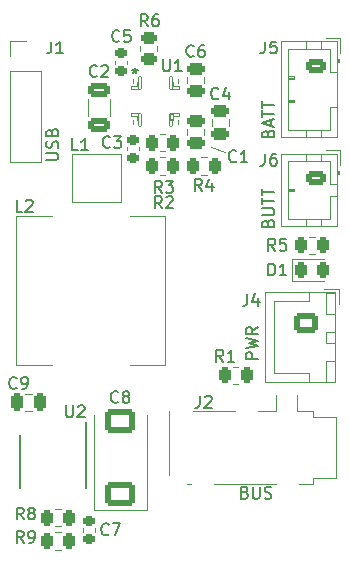
<source format=gto>
%TF.GenerationSoftware,KiCad,Pcbnew,(6.0.9)*%
%TF.CreationDate,2022-12-02T21:40:22+00:00*%
%TF.ProjectId,PowerManagement,506f7765-724d-4616-9e61-67656d656e74,rev?*%
%TF.SameCoordinates,Original*%
%TF.FileFunction,Legend,Top*%
%TF.FilePolarity,Positive*%
%FSLAX46Y46*%
G04 Gerber Fmt 4.6, Leading zero omitted, Abs format (unit mm)*
G04 Created by KiCad (PCBNEW (6.0.9)) date 2022-12-02 21:40:22*
%MOMM*%
%LPD*%
G01*
G04 APERTURE LIST*
G04 Aperture macros list*
%AMRoundRect*
0 Rectangle with rounded corners*
0 $1 Rounding radius*
0 $2 $3 $4 $5 $6 $7 $8 $9 X,Y pos of 4 corners*
0 Add a 4 corners polygon primitive as box body*
4,1,4,$2,$3,$4,$5,$6,$7,$8,$9,$2,$3,0*
0 Add four circle primitives for the rounded corners*
1,1,$1+$1,$2,$3*
1,1,$1+$1,$4,$5*
1,1,$1+$1,$6,$7*
1,1,$1+$1,$8,$9*
0 Add four rect primitives between the rounded corners*
20,1,$1+$1,$2,$3,$4,$5,0*
20,1,$1+$1,$4,$5,$6,$7,0*
20,1,$1+$1,$6,$7,$8,$9,0*
20,1,$1+$1,$8,$9,$2,$3,0*%
G04 Aperture macros list end*
%ADD10C,0.120000*%
%ADD11C,0.150000*%
%ADD12C,3.200000*%
%ADD13RoundRect,0.250000X-0.475000X0.250000X-0.475000X-0.250000X0.475000X-0.250000X0.475000X0.250000X0*%
%ADD14C,1.500000*%
%ADD15R,1.500000X2.000000*%
%ADD16RoundRect,0.250000X0.475000X-0.250000X0.475000X0.250000X-0.475000X0.250000X-0.475000X-0.250000X0*%
%ADD17R,1.700000X1.700000*%
%ADD18O,1.700000X1.700000*%
%ADD19RoundRect,0.225000X-0.250000X0.225000X-0.250000X-0.225000X0.250000X-0.225000X0.250000X0.225000X0*%
%ADD20RoundRect,0.250000X-0.262500X-0.450000X0.262500X-0.450000X0.262500X0.450000X-0.262500X0.450000X0*%
%ADD21RoundRect,0.250000X1.025000X-0.787500X1.025000X0.787500X-1.025000X0.787500X-1.025000X-0.787500X0*%
%ADD22RoundRect,0.225000X0.250000X-0.225000X0.250000X0.225000X-0.250000X0.225000X-0.250000X-0.225000X0*%
%ADD23RoundRect,0.250000X-0.650000X0.325000X-0.650000X-0.325000X0.650000X-0.325000X0.650000X0.325000X0*%
%ADD24RoundRect,0.250000X0.450000X-0.262500X0.450000X0.262500X-0.450000X0.262500X-0.450000X-0.262500X0*%
%ADD25RoundRect,0.250000X0.262500X0.450000X-0.262500X0.450000X-0.262500X-0.450000X0.262500X-0.450000X0*%
%ADD26RoundRect,0.250000X-0.625000X0.350000X-0.625000X-0.350000X0.625000X-0.350000X0.625000X0.350000X0*%
%ADD27O,1.750000X1.200000*%
%ADD28RoundRect,0.060000X0.140000X0.257500X-0.140000X0.257500X-0.140000X-0.257500X0.140000X-0.257500X0*%
%ADD29RoundRect,0.046500X-0.403500X-0.108500X0.403500X-0.108500X0.403500X0.108500X-0.403500X0.108500X0*%
%ADD30R,1.200000X0.200000*%
%ADD31RoundRect,0.060000X0.140000X0.255000X-0.140000X0.255000X-0.140000X-0.255000X0.140000X-0.255000X0*%
%ADD32RoundRect,0.045000X-0.405000X-0.104999X0.405000X-0.104999X0.405000X0.104999X-0.405000X0.104999X0*%
%ADD33RoundRect,0.045000X0.105000X-0.519999X0.105000X0.519999X-0.105000X0.519999X-0.105000X-0.519999X0*%
%ADD34R,0.200000X0.800000*%
%ADD35RoundRect,0.045000X0.105000X-0.520000X0.105000X0.520000X-0.105000X0.520000X-0.105000X-0.520000X0*%
%ADD36RoundRect,0.045000X0.105000X-0.514999X0.105000X0.514999X-0.105000X0.514999X-0.105000X-0.514999X0*%
%ADD37RoundRect,0.250000X0.250000X0.475000X-0.250000X0.475000X-0.250000X-0.475000X0.250000X-0.475000X0*%
%ADD38R,0.450000X1.050000*%
%ADD39R,0.895000X1.470000*%
%ADD40RoundRect,0.250000X-0.750000X0.600000X-0.750000X-0.600000X0.750000X-0.600000X0.750000X0.600000X0*%
%ADD41O,2.000000X1.700000*%
%ADD42R,3.800000X1.050000*%
%ADD43R,5.500000X3.850000*%
%ADD44RoundRect,0.243750X-0.243750X-0.456250X0.243750X-0.456250X0.243750X0.456250X-0.243750X0.456250X0*%
G04 APERTURE END LIST*
D10*
X38200000Y-40400000D02*
X39400000Y-40800000D01*
D11*
%TO.C,C6*%
X36733333Y-32657142D02*
X36685714Y-32704761D01*
X36542857Y-32752380D01*
X36447619Y-32752380D01*
X36304761Y-32704761D01*
X36209523Y-32609523D01*
X36161904Y-32514285D01*
X36114285Y-32323809D01*
X36114285Y-32180952D01*
X36161904Y-31990476D01*
X36209523Y-31895238D01*
X36304761Y-31800000D01*
X36447619Y-31752380D01*
X36542857Y-31752380D01*
X36685714Y-31800000D01*
X36733333Y-31847619D01*
X37590476Y-31752380D02*
X37400000Y-31752380D01*
X37304761Y-31800000D01*
X37257142Y-31847619D01*
X37161904Y-31990476D01*
X37114285Y-32180952D01*
X37114285Y-32561904D01*
X37161904Y-32657142D01*
X37209523Y-32704761D01*
X37304761Y-32752380D01*
X37495238Y-32752380D01*
X37590476Y-32704761D01*
X37638095Y-32657142D01*
X37685714Y-32561904D01*
X37685714Y-32323809D01*
X37638095Y-32228571D01*
X37590476Y-32180952D01*
X37495238Y-32133333D01*
X37304761Y-32133333D01*
X37209523Y-32180952D01*
X37161904Y-32228571D01*
X37114285Y-32323809D01*
%TO.C,J2*%
X37266666Y-61452380D02*
X37266666Y-62166666D01*
X37219047Y-62309523D01*
X37123809Y-62404761D01*
X36980952Y-62452380D01*
X36885714Y-62452380D01*
X37695238Y-61547619D02*
X37742857Y-61500000D01*
X37838095Y-61452380D01*
X38076190Y-61452380D01*
X38171428Y-61500000D01*
X38219047Y-61547619D01*
X38266666Y-61642857D01*
X38266666Y-61738095D01*
X38219047Y-61880952D01*
X37647619Y-62452380D01*
X38266666Y-62452380D01*
X41071428Y-69628571D02*
X41214285Y-69676190D01*
X41261904Y-69723809D01*
X41309523Y-69819047D01*
X41309523Y-69961904D01*
X41261904Y-70057142D01*
X41214285Y-70104761D01*
X41119047Y-70152380D01*
X40738095Y-70152380D01*
X40738095Y-69152380D01*
X41071428Y-69152380D01*
X41166666Y-69200000D01*
X41214285Y-69247619D01*
X41261904Y-69342857D01*
X41261904Y-69438095D01*
X41214285Y-69533333D01*
X41166666Y-69580952D01*
X41071428Y-69628571D01*
X40738095Y-69628571D01*
X41738095Y-69152380D02*
X41738095Y-69961904D01*
X41785714Y-70057142D01*
X41833333Y-70104761D01*
X41928571Y-70152380D01*
X42119047Y-70152380D01*
X42214285Y-70104761D01*
X42261904Y-70057142D01*
X42309523Y-69961904D01*
X42309523Y-69152380D01*
X42738095Y-70104761D02*
X42880952Y-70152380D01*
X43119047Y-70152380D01*
X43214285Y-70104761D01*
X43261904Y-70057142D01*
X43309523Y-69961904D01*
X43309523Y-69866666D01*
X43261904Y-69771428D01*
X43214285Y-69723809D01*
X43119047Y-69676190D01*
X42928571Y-69628571D01*
X42833333Y-69580952D01*
X42785714Y-69533333D01*
X42738095Y-69438095D01*
X42738095Y-69342857D01*
X42785714Y-69247619D01*
X42833333Y-69200000D01*
X42928571Y-69152380D01*
X43166666Y-69152380D01*
X43309523Y-69200000D01*
%TO.C,C1*%
X40333333Y-41557142D02*
X40285714Y-41604761D01*
X40142857Y-41652380D01*
X40047619Y-41652380D01*
X39904761Y-41604761D01*
X39809523Y-41509523D01*
X39761904Y-41414285D01*
X39714285Y-41223809D01*
X39714285Y-41080952D01*
X39761904Y-40890476D01*
X39809523Y-40795238D01*
X39904761Y-40700000D01*
X40047619Y-40652380D01*
X40142857Y-40652380D01*
X40285714Y-40700000D01*
X40333333Y-40747619D01*
X41285714Y-41652380D02*
X40714285Y-41652380D01*
X41000000Y-41652380D02*
X41000000Y-40652380D01*
X40904761Y-40795238D01*
X40809523Y-40890476D01*
X40714285Y-40938095D01*
%TO.C,J1*%
X24666666Y-31452380D02*
X24666666Y-32166666D01*
X24619047Y-32309523D01*
X24523809Y-32404761D01*
X24380952Y-32452380D01*
X24285714Y-32452380D01*
X25666666Y-32452380D02*
X25095238Y-32452380D01*
X25380952Y-32452380D02*
X25380952Y-31452380D01*
X25285714Y-31595238D01*
X25190476Y-31690476D01*
X25095238Y-31738095D01*
X24252380Y-41461904D02*
X25061904Y-41461904D01*
X25157142Y-41414285D01*
X25204761Y-41366666D01*
X25252380Y-41271428D01*
X25252380Y-41080952D01*
X25204761Y-40985714D01*
X25157142Y-40938095D01*
X25061904Y-40890476D01*
X24252380Y-40890476D01*
X25204761Y-40461904D02*
X25252380Y-40319047D01*
X25252380Y-40080952D01*
X25204761Y-39985714D01*
X25157142Y-39938095D01*
X25061904Y-39890476D01*
X24966666Y-39890476D01*
X24871428Y-39938095D01*
X24823809Y-39985714D01*
X24776190Y-40080952D01*
X24728571Y-40271428D01*
X24680952Y-40366666D01*
X24633333Y-40414285D01*
X24538095Y-40461904D01*
X24442857Y-40461904D01*
X24347619Y-40414285D01*
X24300000Y-40366666D01*
X24252380Y-40271428D01*
X24252380Y-40033333D01*
X24300000Y-39890476D01*
X24728571Y-39128571D02*
X24776190Y-38985714D01*
X24823809Y-38938095D01*
X24919047Y-38890476D01*
X25061904Y-38890476D01*
X25157142Y-38938095D01*
X25204761Y-38985714D01*
X25252380Y-39080952D01*
X25252380Y-39461904D01*
X24252380Y-39461904D01*
X24252380Y-39128571D01*
X24300000Y-39033333D01*
X24347619Y-38985714D01*
X24442857Y-38938095D01*
X24538095Y-38938095D01*
X24633333Y-38985714D01*
X24680952Y-39033333D01*
X24728571Y-39128571D01*
X24728571Y-39461904D01*
%TO.C,C3*%
X29633333Y-40357142D02*
X29585714Y-40404761D01*
X29442857Y-40452380D01*
X29347619Y-40452380D01*
X29204761Y-40404761D01*
X29109523Y-40309523D01*
X29061904Y-40214285D01*
X29014285Y-40023809D01*
X29014285Y-39880952D01*
X29061904Y-39690476D01*
X29109523Y-39595238D01*
X29204761Y-39500000D01*
X29347619Y-39452380D01*
X29442857Y-39452380D01*
X29585714Y-39500000D01*
X29633333Y-39547619D01*
X29966666Y-39452380D02*
X30585714Y-39452380D01*
X30252380Y-39833333D01*
X30395238Y-39833333D01*
X30490476Y-39880952D01*
X30538095Y-39928571D01*
X30585714Y-40023809D01*
X30585714Y-40261904D01*
X30538095Y-40357142D01*
X30490476Y-40404761D01*
X30395238Y-40452380D01*
X30109523Y-40452380D01*
X30014285Y-40404761D01*
X29966666Y-40357142D01*
%TO.C,R9*%
X22333333Y-73902380D02*
X22000000Y-73426190D01*
X21761904Y-73902380D02*
X21761904Y-72902380D01*
X22142857Y-72902380D01*
X22238095Y-72950000D01*
X22285714Y-72997619D01*
X22333333Y-73092857D01*
X22333333Y-73235714D01*
X22285714Y-73330952D01*
X22238095Y-73378571D01*
X22142857Y-73426190D01*
X21761904Y-73426190D01*
X22809523Y-73902380D02*
X23000000Y-73902380D01*
X23095238Y-73854761D01*
X23142857Y-73807142D01*
X23238095Y-73664285D01*
X23285714Y-73473809D01*
X23285714Y-73092857D01*
X23238095Y-72997619D01*
X23190476Y-72950000D01*
X23095238Y-72902380D01*
X22904761Y-72902380D01*
X22809523Y-72950000D01*
X22761904Y-72997619D01*
X22714285Y-73092857D01*
X22714285Y-73330952D01*
X22761904Y-73426190D01*
X22809523Y-73473809D01*
X22904761Y-73521428D01*
X23095238Y-73521428D01*
X23190476Y-73473809D01*
X23238095Y-73426190D01*
X23285714Y-73330952D01*
%TO.C,C8*%
X30333333Y-61957142D02*
X30285714Y-62004761D01*
X30142857Y-62052380D01*
X30047619Y-62052380D01*
X29904761Y-62004761D01*
X29809523Y-61909523D01*
X29761904Y-61814285D01*
X29714285Y-61623809D01*
X29714285Y-61480952D01*
X29761904Y-61290476D01*
X29809523Y-61195238D01*
X29904761Y-61100000D01*
X30047619Y-61052380D01*
X30142857Y-61052380D01*
X30285714Y-61100000D01*
X30333333Y-61147619D01*
X30904761Y-61480952D02*
X30809523Y-61433333D01*
X30761904Y-61385714D01*
X30714285Y-61290476D01*
X30714285Y-61242857D01*
X30761904Y-61147619D01*
X30809523Y-61100000D01*
X30904761Y-61052380D01*
X31095238Y-61052380D01*
X31190476Y-61100000D01*
X31238095Y-61147619D01*
X31285714Y-61242857D01*
X31285714Y-61290476D01*
X31238095Y-61385714D01*
X31190476Y-61433333D01*
X31095238Y-61480952D01*
X30904761Y-61480952D01*
X30809523Y-61528571D01*
X30761904Y-61576190D01*
X30714285Y-61671428D01*
X30714285Y-61861904D01*
X30761904Y-61957142D01*
X30809523Y-62004761D01*
X30904761Y-62052380D01*
X31095238Y-62052380D01*
X31190476Y-62004761D01*
X31238095Y-61957142D01*
X31285714Y-61861904D01*
X31285714Y-61671428D01*
X31238095Y-61576190D01*
X31190476Y-61528571D01*
X31095238Y-61480952D01*
%TO.C,C5*%
X30433333Y-31382142D02*
X30385714Y-31429761D01*
X30242857Y-31477380D01*
X30147619Y-31477380D01*
X30004761Y-31429761D01*
X29909523Y-31334523D01*
X29861904Y-31239285D01*
X29814285Y-31048809D01*
X29814285Y-30905952D01*
X29861904Y-30715476D01*
X29909523Y-30620238D01*
X30004761Y-30525000D01*
X30147619Y-30477380D01*
X30242857Y-30477380D01*
X30385714Y-30525000D01*
X30433333Y-30572619D01*
X31338095Y-30477380D02*
X30861904Y-30477380D01*
X30814285Y-30953571D01*
X30861904Y-30905952D01*
X30957142Y-30858333D01*
X31195238Y-30858333D01*
X31290476Y-30905952D01*
X31338095Y-30953571D01*
X31385714Y-31048809D01*
X31385714Y-31286904D01*
X31338095Y-31382142D01*
X31290476Y-31429761D01*
X31195238Y-31477380D01*
X30957142Y-31477380D01*
X30861904Y-31429761D01*
X30814285Y-31382142D01*
%TO.C,C2*%
X28533333Y-34357142D02*
X28485714Y-34404761D01*
X28342857Y-34452380D01*
X28247619Y-34452380D01*
X28104761Y-34404761D01*
X28009523Y-34309523D01*
X27961904Y-34214285D01*
X27914285Y-34023809D01*
X27914285Y-33880952D01*
X27961904Y-33690476D01*
X28009523Y-33595238D01*
X28104761Y-33500000D01*
X28247619Y-33452380D01*
X28342857Y-33452380D01*
X28485714Y-33500000D01*
X28533333Y-33547619D01*
X28914285Y-33547619D02*
X28961904Y-33500000D01*
X29057142Y-33452380D01*
X29295238Y-33452380D01*
X29390476Y-33500000D01*
X29438095Y-33547619D01*
X29485714Y-33642857D01*
X29485714Y-33738095D01*
X29438095Y-33880952D01*
X28866666Y-34452380D01*
X29485714Y-34452380D01*
%TO.C,R6*%
X32833333Y-30152380D02*
X32500000Y-29676190D01*
X32261904Y-30152380D02*
X32261904Y-29152380D01*
X32642857Y-29152380D01*
X32738095Y-29200000D01*
X32785714Y-29247619D01*
X32833333Y-29342857D01*
X32833333Y-29485714D01*
X32785714Y-29580952D01*
X32738095Y-29628571D01*
X32642857Y-29676190D01*
X32261904Y-29676190D01*
X33690476Y-29152380D02*
X33500000Y-29152380D01*
X33404761Y-29200000D01*
X33357142Y-29247619D01*
X33261904Y-29390476D01*
X33214285Y-29580952D01*
X33214285Y-29961904D01*
X33261904Y-30057142D01*
X33309523Y-30104761D01*
X33404761Y-30152380D01*
X33595238Y-30152380D01*
X33690476Y-30104761D01*
X33738095Y-30057142D01*
X33785714Y-29961904D01*
X33785714Y-29723809D01*
X33738095Y-29628571D01*
X33690476Y-29580952D01*
X33595238Y-29533333D01*
X33404761Y-29533333D01*
X33309523Y-29580952D01*
X33261904Y-29628571D01*
X33214285Y-29723809D01*
%TO.C,R3*%
X34033333Y-44252380D02*
X33700000Y-43776190D01*
X33461904Y-44252380D02*
X33461904Y-43252380D01*
X33842857Y-43252380D01*
X33938095Y-43300000D01*
X33985714Y-43347619D01*
X34033333Y-43442857D01*
X34033333Y-43585714D01*
X33985714Y-43680952D01*
X33938095Y-43728571D01*
X33842857Y-43776190D01*
X33461904Y-43776190D01*
X34366666Y-43252380D02*
X34985714Y-43252380D01*
X34652380Y-43633333D01*
X34795238Y-43633333D01*
X34890476Y-43680952D01*
X34938095Y-43728571D01*
X34985714Y-43823809D01*
X34985714Y-44061904D01*
X34938095Y-44157142D01*
X34890476Y-44204761D01*
X34795238Y-44252380D01*
X34509523Y-44252380D01*
X34414285Y-44204761D01*
X34366666Y-44157142D01*
%TO.C,R8*%
X22333333Y-71902380D02*
X22000000Y-71426190D01*
X21761904Y-71902380D02*
X21761904Y-70902380D01*
X22142857Y-70902380D01*
X22238095Y-70950000D01*
X22285714Y-70997619D01*
X22333333Y-71092857D01*
X22333333Y-71235714D01*
X22285714Y-71330952D01*
X22238095Y-71378571D01*
X22142857Y-71426190D01*
X21761904Y-71426190D01*
X22904761Y-71330952D02*
X22809523Y-71283333D01*
X22761904Y-71235714D01*
X22714285Y-71140476D01*
X22714285Y-71092857D01*
X22761904Y-70997619D01*
X22809523Y-70950000D01*
X22904761Y-70902380D01*
X23095238Y-70902380D01*
X23190476Y-70950000D01*
X23238095Y-70997619D01*
X23285714Y-71092857D01*
X23285714Y-71140476D01*
X23238095Y-71235714D01*
X23190476Y-71283333D01*
X23095238Y-71330952D01*
X22904761Y-71330952D01*
X22809523Y-71378571D01*
X22761904Y-71426190D01*
X22714285Y-71521428D01*
X22714285Y-71711904D01*
X22761904Y-71807142D01*
X22809523Y-71854761D01*
X22904761Y-71902380D01*
X23095238Y-71902380D01*
X23190476Y-71854761D01*
X23238095Y-71807142D01*
X23285714Y-71711904D01*
X23285714Y-71521428D01*
X23238095Y-71426190D01*
X23190476Y-71378571D01*
X23095238Y-71330952D01*
%TO.C,R1*%
X39233333Y-58552380D02*
X38900000Y-58076190D01*
X38661904Y-58552380D02*
X38661904Y-57552380D01*
X39042857Y-57552380D01*
X39138095Y-57600000D01*
X39185714Y-57647619D01*
X39233333Y-57742857D01*
X39233333Y-57885714D01*
X39185714Y-57980952D01*
X39138095Y-58028571D01*
X39042857Y-58076190D01*
X38661904Y-58076190D01*
X40185714Y-58552380D02*
X39614285Y-58552380D01*
X39900000Y-58552380D02*
X39900000Y-57552380D01*
X39804761Y-57695238D01*
X39709523Y-57790476D01*
X39614285Y-57838095D01*
%TO.C,J5*%
X42766666Y-31452380D02*
X42766666Y-32166666D01*
X42719047Y-32309523D01*
X42623809Y-32404761D01*
X42480952Y-32452380D01*
X42385714Y-32452380D01*
X43719047Y-31452380D02*
X43242857Y-31452380D01*
X43195238Y-31928571D01*
X43242857Y-31880952D01*
X43338095Y-31833333D01*
X43576190Y-31833333D01*
X43671428Y-31880952D01*
X43719047Y-31928571D01*
X43766666Y-32023809D01*
X43766666Y-32261904D01*
X43719047Y-32357142D01*
X43671428Y-32404761D01*
X43576190Y-32452380D01*
X43338095Y-32452380D01*
X43242857Y-32404761D01*
X43195238Y-32357142D01*
X43028571Y-39219047D02*
X43076190Y-39076190D01*
X43123809Y-39028571D01*
X43219047Y-38980952D01*
X43361904Y-38980952D01*
X43457142Y-39028571D01*
X43504761Y-39076190D01*
X43552380Y-39171428D01*
X43552380Y-39552380D01*
X42552380Y-39552380D01*
X42552380Y-39219047D01*
X42600000Y-39123809D01*
X42647619Y-39076190D01*
X42742857Y-39028571D01*
X42838095Y-39028571D01*
X42933333Y-39076190D01*
X42980952Y-39123809D01*
X43028571Y-39219047D01*
X43028571Y-39552380D01*
X43266666Y-38600000D02*
X43266666Y-38123809D01*
X43552380Y-38695238D02*
X42552380Y-38361904D01*
X43552380Y-38028571D01*
X42552380Y-37838095D02*
X42552380Y-37266666D01*
X43552380Y-37552380D02*
X42552380Y-37552380D01*
X42552380Y-37076190D02*
X42552380Y-36504761D01*
X43552380Y-36790476D02*
X42552380Y-36790476D01*
%TO.C,U1*%
X34138095Y-32952380D02*
X34138095Y-33761904D01*
X34185714Y-33857142D01*
X34233333Y-33904761D01*
X34328571Y-33952380D01*
X34519047Y-33952380D01*
X34614285Y-33904761D01*
X34661904Y-33857142D01*
X34709523Y-33761904D01*
X34709523Y-32952380D01*
X35709523Y-33952380D02*
X35138095Y-33952380D01*
X35423809Y-33952380D02*
X35423809Y-32952380D01*
X35328571Y-33095238D01*
X35233333Y-33190476D01*
X35138095Y-33238095D01*
X31747400Y-33716780D02*
X31747400Y-33954876D01*
X31509304Y-33859638D02*
X31747400Y-33954876D01*
X31985495Y-33859638D01*
X31604542Y-34145352D02*
X31747400Y-33954876D01*
X31890257Y-34145352D01*
X31747400Y-33716780D02*
X31747400Y-33954876D01*
X31509304Y-33859638D02*
X31747400Y-33954876D01*
X31985495Y-33859638D01*
X31604542Y-34145352D02*
X31747400Y-33954876D01*
X31890257Y-34145352D01*
%TO.C,R4*%
X37433333Y-44102380D02*
X37100000Y-43626190D01*
X36861904Y-44102380D02*
X36861904Y-43102380D01*
X37242857Y-43102380D01*
X37338095Y-43150000D01*
X37385714Y-43197619D01*
X37433333Y-43292857D01*
X37433333Y-43435714D01*
X37385714Y-43530952D01*
X37338095Y-43578571D01*
X37242857Y-43626190D01*
X36861904Y-43626190D01*
X38290476Y-43435714D02*
X38290476Y-44102380D01*
X38052380Y-43054761D02*
X37814285Y-43769047D01*
X38433333Y-43769047D01*
%TO.C,R5*%
X43633333Y-49152380D02*
X43300000Y-48676190D01*
X43061904Y-49152380D02*
X43061904Y-48152380D01*
X43442857Y-48152380D01*
X43538095Y-48200000D01*
X43585714Y-48247619D01*
X43633333Y-48342857D01*
X43633333Y-48485714D01*
X43585714Y-48580952D01*
X43538095Y-48628571D01*
X43442857Y-48676190D01*
X43061904Y-48676190D01*
X44538095Y-48152380D02*
X44061904Y-48152380D01*
X44014285Y-48628571D01*
X44061904Y-48580952D01*
X44157142Y-48533333D01*
X44395238Y-48533333D01*
X44490476Y-48580952D01*
X44538095Y-48628571D01*
X44585714Y-48723809D01*
X44585714Y-48961904D01*
X44538095Y-49057142D01*
X44490476Y-49104761D01*
X44395238Y-49152380D01*
X44157142Y-49152380D01*
X44061904Y-49104761D01*
X44014285Y-49057142D01*
%TO.C,R2*%
X34033333Y-45552380D02*
X33700000Y-45076190D01*
X33461904Y-45552380D02*
X33461904Y-44552380D01*
X33842857Y-44552380D01*
X33938095Y-44600000D01*
X33985714Y-44647619D01*
X34033333Y-44742857D01*
X34033333Y-44885714D01*
X33985714Y-44980952D01*
X33938095Y-45028571D01*
X33842857Y-45076190D01*
X33461904Y-45076190D01*
X34414285Y-44647619D02*
X34461904Y-44600000D01*
X34557142Y-44552380D01*
X34795238Y-44552380D01*
X34890476Y-44600000D01*
X34938095Y-44647619D01*
X34985714Y-44742857D01*
X34985714Y-44838095D01*
X34938095Y-44980952D01*
X34366666Y-45552380D01*
X34985714Y-45552380D01*
%TO.C,C9*%
X21733333Y-60757142D02*
X21685714Y-60804761D01*
X21542857Y-60852380D01*
X21447619Y-60852380D01*
X21304761Y-60804761D01*
X21209523Y-60709523D01*
X21161904Y-60614285D01*
X21114285Y-60423809D01*
X21114285Y-60280952D01*
X21161904Y-60090476D01*
X21209523Y-59995238D01*
X21304761Y-59900000D01*
X21447619Y-59852380D01*
X21542857Y-59852380D01*
X21685714Y-59900000D01*
X21733333Y-59947619D01*
X22209523Y-60852380D02*
X22400000Y-60852380D01*
X22495238Y-60804761D01*
X22542857Y-60757142D01*
X22638095Y-60614285D01*
X22685714Y-60423809D01*
X22685714Y-60042857D01*
X22638095Y-59947619D01*
X22590476Y-59900000D01*
X22495238Y-59852380D01*
X22304761Y-59852380D01*
X22209523Y-59900000D01*
X22161904Y-59947619D01*
X22114285Y-60042857D01*
X22114285Y-60280952D01*
X22161904Y-60376190D01*
X22209523Y-60423809D01*
X22304761Y-60471428D01*
X22495238Y-60471428D01*
X22590476Y-60423809D01*
X22638095Y-60376190D01*
X22685714Y-60280952D01*
%TO.C,U2*%
X25938095Y-62252380D02*
X25938095Y-63061904D01*
X25985714Y-63157142D01*
X26033333Y-63204761D01*
X26128571Y-63252380D01*
X26319047Y-63252380D01*
X26414285Y-63204761D01*
X26461904Y-63157142D01*
X26509523Y-63061904D01*
X26509523Y-62252380D01*
X26938095Y-62347619D02*
X26985714Y-62300000D01*
X27080952Y-62252380D01*
X27319047Y-62252380D01*
X27414285Y-62300000D01*
X27461904Y-62347619D01*
X27509523Y-62442857D01*
X27509523Y-62538095D01*
X27461904Y-62680952D01*
X26890476Y-63252380D01*
X27509523Y-63252380D01*
%TO.C,J4*%
X41266666Y-52802380D02*
X41266666Y-53516666D01*
X41219047Y-53659523D01*
X41123809Y-53754761D01*
X40980952Y-53802380D01*
X40885714Y-53802380D01*
X42171428Y-53135714D02*
X42171428Y-53802380D01*
X41933333Y-52754761D02*
X41695238Y-53469047D01*
X42314285Y-53469047D01*
X42152380Y-58333333D02*
X41152380Y-58333333D01*
X41152380Y-57952380D01*
X41200000Y-57857142D01*
X41247619Y-57809523D01*
X41342857Y-57761904D01*
X41485714Y-57761904D01*
X41580952Y-57809523D01*
X41628571Y-57857142D01*
X41676190Y-57952380D01*
X41676190Y-58333333D01*
X41152380Y-57428571D02*
X42152380Y-57190476D01*
X41438095Y-57000000D01*
X42152380Y-56809523D01*
X41152380Y-56571428D01*
X42152380Y-55619047D02*
X41676190Y-55952380D01*
X42152380Y-56190476D02*
X41152380Y-56190476D01*
X41152380Y-55809523D01*
X41200000Y-55714285D01*
X41247619Y-55666666D01*
X41342857Y-55619047D01*
X41485714Y-55619047D01*
X41580952Y-55666666D01*
X41628571Y-55714285D01*
X41676190Y-55809523D01*
X41676190Y-56190476D01*
%TO.C,L1*%
X26933333Y-40652380D02*
X26457142Y-40652380D01*
X26457142Y-39652380D01*
X27790476Y-40652380D02*
X27219047Y-40652380D01*
X27504761Y-40652380D02*
X27504761Y-39652380D01*
X27409523Y-39795238D01*
X27314285Y-39890476D01*
X27219047Y-39938095D01*
%TO.C,C7*%
X29533333Y-73157142D02*
X29485714Y-73204761D01*
X29342857Y-73252380D01*
X29247619Y-73252380D01*
X29104761Y-73204761D01*
X29009523Y-73109523D01*
X28961904Y-73014285D01*
X28914285Y-72823809D01*
X28914285Y-72680952D01*
X28961904Y-72490476D01*
X29009523Y-72395238D01*
X29104761Y-72300000D01*
X29247619Y-72252380D01*
X29342857Y-72252380D01*
X29485714Y-72300000D01*
X29533333Y-72347619D01*
X29866666Y-72252380D02*
X30533333Y-72252380D01*
X30104761Y-73252380D01*
%TO.C,L2*%
X22233333Y-45852380D02*
X21757142Y-45852380D01*
X21757142Y-44852380D01*
X22519047Y-44947619D02*
X22566666Y-44900000D01*
X22661904Y-44852380D01*
X22900000Y-44852380D01*
X22995238Y-44900000D01*
X23042857Y-44947619D01*
X23090476Y-45042857D01*
X23090476Y-45138095D01*
X23042857Y-45280952D01*
X22471428Y-45852380D01*
X23090476Y-45852380D01*
%TO.C,C4*%
X38833333Y-36257142D02*
X38785714Y-36304761D01*
X38642857Y-36352380D01*
X38547619Y-36352380D01*
X38404761Y-36304761D01*
X38309523Y-36209523D01*
X38261904Y-36114285D01*
X38214285Y-35923809D01*
X38214285Y-35780952D01*
X38261904Y-35590476D01*
X38309523Y-35495238D01*
X38404761Y-35400000D01*
X38547619Y-35352380D01*
X38642857Y-35352380D01*
X38785714Y-35400000D01*
X38833333Y-35447619D01*
X39690476Y-35685714D02*
X39690476Y-36352380D01*
X39452380Y-35304761D02*
X39214285Y-36019047D01*
X39833333Y-36019047D01*
%TO.C,J6*%
X42766666Y-40952380D02*
X42766666Y-41666666D01*
X42719047Y-41809523D01*
X42623809Y-41904761D01*
X42480952Y-41952380D01*
X42385714Y-41952380D01*
X43671428Y-40952380D02*
X43480952Y-40952380D01*
X43385714Y-41000000D01*
X43338095Y-41047619D01*
X43242857Y-41190476D01*
X43195238Y-41380952D01*
X43195238Y-41761904D01*
X43242857Y-41857142D01*
X43290476Y-41904761D01*
X43385714Y-41952380D01*
X43576190Y-41952380D01*
X43671428Y-41904761D01*
X43719047Y-41857142D01*
X43766666Y-41761904D01*
X43766666Y-41523809D01*
X43719047Y-41428571D01*
X43671428Y-41380952D01*
X43576190Y-41333333D01*
X43385714Y-41333333D01*
X43290476Y-41380952D01*
X43242857Y-41428571D01*
X43195238Y-41523809D01*
X43028571Y-46814285D02*
X43076190Y-46671428D01*
X43123809Y-46623809D01*
X43219047Y-46576190D01*
X43361904Y-46576190D01*
X43457142Y-46623809D01*
X43504761Y-46671428D01*
X43552380Y-46766666D01*
X43552380Y-47147619D01*
X42552380Y-47147619D01*
X42552380Y-46814285D01*
X42600000Y-46719047D01*
X42647619Y-46671428D01*
X42742857Y-46623809D01*
X42838095Y-46623809D01*
X42933333Y-46671428D01*
X42980952Y-46719047D01*
X43028571Y-46814285D01*
X43028571Y-47147619D01*
X42552380Y-46147619D02*
X43361904Y-46147619D01*
X43457142Y-46100000D01*
X43504761Y-46052380D01*
X43552380Y-45957142D01*
X43552380Y-45766666D01*
X43504761Y-45671428D01*
X43457142Y-45623809D01*
X43361904Y-45576190D01*
X42552380Y-45576190D01*
X42552380Y-45242857D02*
X42552380Y-44671428D01*
X43552380Y-44957142D02*
X42552380Y-44957142D01*
X42552380Y-44480952D02*
X42552380Y-43909523D01*
X43552380Y-44195238D02*
X42552380Y-44195238D01*
%TO.C,D1*%
X43061904Y-51252380D02*
X43061904Y-50252380D01*
X43300000Y-50252380D01*
X43442857Y-50300000D01*
X43538095Y-50395238D01*
X43585714Y-50490476D01*
X43633333Y-50680952D01*
X43633333Y-50823809D01*
X43585714Y-51014285D01*
X43538095Y-51109523D01*
X43442857Y-51204761D01*
X43300000Y-51252380D01*
X43061904Y-51252380D01*
X44585714Y-51252380D02*
X44014285Y-51252380D01*
X44300000Y-51252380D02*
X44300000Y-50252380D01*
X44204761Y-50395238D01*
X44109523Y-50490476D01*
X44014285Y-50538095D01*
D10*
%TO.C,C6*%
X37635000Y-34438748D02*
X37635000Y-34961252D01*
X36165000Y-34438748D02*
X36165000Y-34961252D01*
%TO.C,J2*%
X46814000Y-68396000D02*
X46814000Y-68896000D01*
X43664000Y-68896000D02*
X38414000Y-68896000D01*
X43664000Y-62696000D02*
X43664000Y-61346000D01*
X36664000Y-62696000D02*
X40264000Y-62696000D01*
X48814000Y-63196000D02*
X48814000Y-68396000D01*
X36464000Y-68896000D02*
X36164000Y-68896000D01*
X46814000Y-68896000D02*
X45614000Y-68896000D01*
X34614000Y-68146000D02*
X34614000Y-62696000D01*
X48814000Y-68396000D02*
X46814000Y-68396000D01*
X46814000Y-62696000D02*
X46814000Y-63196000D01*
X46814000Y-63196000D02*
X48814000Y-63196000D01*
X45514000Y-62696000D02*
X46814000Y-62696000D01*
X45514000Y-62696000D02*
X45514000Y-61346000D01*
X42164000Y-62696000D02*
X43664000Y-62696000D01*
%TO.C,C1*%
X36165000Y-39361252D02*
X36165000Y-38838748D01*
X37635000Y-39361252D02*
X37635000Y-38838748D01*
%TO.C,J1*%
X21170000Y-32700000D02*
X21170000Y-31370000D01*
X21170000Y-31370000D02*
X22500000Y-31370000D01*
X21170000Y-33970000D02*
X23830000Y-33970000D01*
X21170000Y-41650000D02*
X23830000Y-41650000D01*
X23830000Y-33970000D02*
X23830000Y-41650000D01*
X21170000Y-33970000D02*
X21170000Y-41650000D01*
%TO.C,C3*%
X32130000Y-40379420D02*
X32130000Y-40660580D01*
X31110000Y-40379420D02*
X31110000Y-40660580D01*
%TO.C,R9*%
X25022936Y-73015000D02*
X25477064Y-73015000D01*
X25022936Y-74485000D02*
X25477064Y-74485000D01*
%TO.C,C8*%
X28256000Y-63035000D02*
X28256000Y-71095000D01*
X28256000Y-71095000D02*
X32776000Y-71095000D01*
X32776000Y-71095000D02*
X32776000Y-63035000D01*
%TO.C,C5*%
X31110000Y-33340580D02*
X31110000Y-33059420D01*
X30090000Y-33340580D02*
X30090000Y-33059420D01*
%TO.C,C2*%
X29610000Y-36288748D02*
X29610000Y-37711252D01*
X27790000Y-36288748D02*
X27790000Y-37711252D01*
%TO.C,R6*%
X32185000Y-32282064D02*
X32185000Y-31827936D01*
X33655000Y-32282064D02*
X33655000Y-31827936D01*
%TO.C,R3*%
X33872936Y-42735000D02*
X34327064Y-42735000D01*
X33872936Y-41265000D02*
X34327064Y-41265000D01*
%TO.C,R8*%
X25477064Y-72485000D02*
X25022936Y-72485000D01*
X25477064Y-71015000D02*
X25022936Y-71015000D01*
%TO.C,R1*%
X40522064Y-58965000D02*
X40067936Y-58965000D01*
X40522064Y-60435000D02*
X40067936Y-60435000D01*
%TO.C,J5*%
X48250000Y-37000000D02*
X48860000Y-37000000D01*
X47550000Y-39560000D02*
X47550000Y-38950000D01*
X48250000Y-38950000D02*
X48250000Y-37000000D01*
X48250000Y-34000000D02*
X48250000Y-32050000D01*
X49060000Y-32900000D02*
X48860000Y-32900000D01*
X48860000Y-34000000D02*
X48250000Y-34000000D01*
X49160000Y-31140000D02*
X47910000Y-31140000D01*
X44140000Y-31440000D02*
X44140000Y-39560000D01*
X44750000Y-32050000D02*
X44750000Y-38950000D01*
X46250000Y-39560000D02*
X46250000Y-38950000D01*
X44750000Y-38950000D02*
X48250000Y-38950000D01*
X48960000Y-33200000D02*
X48960000Y-32900000D01*
X48860000Y-33200000D02*
X49060000Y-33200000D01*
X44140000Y-39560000D02*
X48860000Y-39560000D01*
X45250000Y-34400000D02*
X45250000Y-34600000D01*
X47550000Y-31440000D02*
X47550000Y-32050000D01*
X45250000Y-36400000D02*
X45250000Y-36600000D01*
X44750000Y-36400000D02*
X45250000Y-36400000D01*
X49060000Y-33200000D02*
X49060000Y-32900000D01*
X49160000Y-32390000D02*
X49160000Y-31140000D01*
X46250000Y-31440000D02*
X46250000Y-32050000D01*
X48860000Y-31440000D02*
X44140000Y-31440000D01*
X48250000Y-32050000D02*
X44750000Y-32050000D01*
X44750000Y-36500000D02*
X45250000Y-36500000D01*
X44750000Y-34400000D02*
X45250000Y-34400000D01*
X48860000Y-39560000D02*
X48860000Y-31440000D01*
X45250000Y-34600000D02*
X44750000Y-34600000D01*
X45250000Y-36600000D02*
X44750000Y-36600000D01*
X44750000Y-34500000D02*
X45250000Y-34500000D01*
%TO.C,U1*%
X31569600Y-34967258D02*
X31569600Y-34594600D01*
X35430400Y-38082742D02*
X35430400Y-38455400D01*
X35430400Y-34594600D02*
X35430400Y-34967256D01*
X31569600Y-38455400D02*
X31569600Y-38082739D01*
%TO.C,R4*%
X37827064Y-42735000D02*
X37372936Y-42735000D01*
X37827064Y-41265000D02*
X37372936Y-41265000D01*
%TO.C,R5*%
X46964564Y-49435000D02*
X46510436Y-49435000D01*
X46964564Y-47965000D02*
X46510436Y-47965000D01*
%TO.C,R2*%
X34327064Y-40735000D02*
X33872936Y-40735000D01*
X34327064Y-39265000D02*
X33872936Y-39265000D01*
%TO.C,C9*%
X23011252Y-62735000D02*
X22488748Y-62735000D01*
X23011252Y-61265000D02*
X22488748Y-61265000D01*
D11*
%TO.C,U2*%
X27575000Y-63625000D02*
X27575000Y-69250000D01*
X22025000Y-64750000D02*
X22025000Y-69250000D01*
D10*
%TO.C,J4*%
X48725000Y-58500000D02*
X47975000Y-58500000D01*
X42765000Y-60310000D02*
X48735000Y-60310000D01*
X48725000Y-56000000D02*
X47975000Y-56000000D01*
X46475000Y-60300000D02*
X46475000Y-59550000D01*
X42765000Y-52690000D02*
X42765000Y-60310000D01*
X48735000Y-60310000D02*
X48735000Y-52690000D01*
X46475000Y-59550000D02*
X43525000Y-59550000D01*
X47975000Y-60300000D02*
X48725000Y-60300000D01*
X48725000Y-54500000D02*
X48725000Y-52700000D01*
X43525000Y-59550000D02*
X43525000Y-56500000D01*
X49025000Y-53650000D02*
X49025000Y-52400000D01*
X47975000Y-52700000D02*
X47975000Y-54500000D01*
X46475000Y-53450000D02*
X43525000Y-53450000D01*
X48725000Y-52700000D02*
X47975000Y-52700000D01*
X43525000Y-53450000D02*
X43525000Y-56500000D01*
X47975000Y-56000000D02*
X47975000Y-57000000D01*
X48725000Y-60300000D02*
X48725000Y-58500000D01*
X47975000Y-58500000D02*
X47975000Y-60300000D01*
X48735000Y-52690000D02*
X42765000Y-52690000D01*
X48725000Y-57000000D02*
X48725000Y-56000000D01*
X47975000Y-57000000D02*
X48725000Y-57000000D01*
X49025000Y-52400000D02*
X47775000Y-52400000D01*
X46475000Y-52700000D02*
X46475000Y-53450000D01*
X47975000Y-54500000D02*
X48725000Y-54500000D01*
%TO.C,L1*%
X26450000Y-40950000D02*
X30550000Y-40950000D01*
X30550000Y-40950000D02*
X30550000Y-45050000D01*
X30550000Y-45050000D02*
X26450000Y-45050000D01*
X26450000Y-45050000D02*
X26450000Y-40950000D01*
%TO.C,C7*%
X27390000Y-72940580D02*
X27390000Y-72659420D01*
X28410000Y-72940580D02*
X28410000Y-72659420D01*
%TO.C,L2*%
X34300000Y-58800000D02*
X31300000Y-58800000D01*
X21700000Y-46200000D02*
X24700000Y-46200000D01*
X34300000Y-46200000D02*
X34300000Y-58800000D01*
X24700000Y-58800000D02*
X21700000Y-58800000D01*
X31300000Y-46200000D02*
X34300000Y-46200000D01*
X21700000Y-58800000D02*
X21700000Y-46200000D01*
%TO.C,C4*%
X39735000Y-38038748D02*
X39735000Y-38561252D01*
X38265000Y-38038748D02*
X38265000Y-38561252D01*
%TO.C,J6*%
X44140000Y-40940000D02*
X44140000Y-47060000D01*
X48250000Y-46450000D02*
X48250000Y-44500000D01*
X46250000Y-40940000D02*
X46250000Y-41550000D01*
X47550000Y-40940000D02*
X47550000Y-41550000D01*
X49060000Y-42700000D02*
X49060000Y-42400000D01*
X49160000Y-40640000D02*
X47910000Y-40640000D01*
X44750000Y-46450000D02*
X48250000Y-46450000D01*
X49060000Y-42400000D02*
X48860000Y-42400000D01*
X48960000Y-42700000D02*
X48960000Y-42400000D01*
X48860000Y-47060000D02*
X48860000Y-40940000D01*
X48250000Y-41550000D02*
X44750000Y-41550000D01*
X44750000Y-44000000D02*
X45250000Y-44000000D01*
X48860000Y-43500000D02*
X48250000Y-43500000D01*
X48250000Y-44500000D02*
X48860000Y-44500000D01*
X46250000Y-47060000D02*
X46250000Y-46450000D01*
X44750000Y-43900000D02*
X45250000Y-43900000D01*
X48860000Y-42700000D02*
X49060000Y-42700000D01*
X44140000Y-47060000D02*
X48860000Y-47060000D01*
X44750000Y-41550000D02*
X44750000Y-46450000D01*
X48860000Y-40940000D02*
X44140000Y-40940000D01*
X45250000Y-43900000D02*
X45250000Y-44100000D01*
X49160000Y-41890000D02*
X49160000Y-40640000D01*
X47550000Y-47060000D02*
X47550000Y-46450000D01*
X48250000Y-43500000D02*
X48250000Y-41550000D01*
X45250000Y-44100000D02*
X44750000Y-44100000D01*
%TO.C,D1*%
X45052500Y-51760000D02*
X47737500Y-51760000D01*
X45052500Y-49840000D02*
X45052500Y-51760000D01*
X47737500Y-49840000D02*
X45052500Y-49840000D01*
%TD*%
%LPC*%
D12*
%TO.C,REF\u002A\u002A*%
X35000000Y-75500000D03*
%TD*%
D13*
%TO.C,C6*%
X36900000Y-33750000D03*
X36900000Y-35650000D03*
%TD*%
D14*
%TO.C,J2*%
X37214000Y-65796000D03*
X44214000Y-65796000D03*
D15*
X44614000Y-62296000D03*
X44614000Y-69296000D03*
X41214000Y-62296000D03*
X37414000Y-69296000D03*
X35214000Y-69296000D03*
X35714000Y-62296000D03*
%TD*%
D16*
%TO.C,C1*%
X36900000Y-40050000D03*
X36900000Y-38150000D03*
%TD*%
D17*
%TO.C,J1*%
X22500000Y-32700000D03*
D18*
X22500000Y-35240000D03*
X22500000Y-37780000D03*
X22500000Y-40320000D03*
%TD*%
D19*
%TO.C,C3*%
X31620000Y-39745000D03*
X31620000Y-41295000D03*
%TD*%
D20*
%TO.C,R9*%
X24337500Y-73750000D03*
X26162500Y-73750000D03*
%TD*%
D21*
%TO.C,C8*%
X30516000Y-69797500D03*
X30516000Y-63572500D03*
%TD*%
D22*
%TO.C,C5*%
X30600000Y-33975000D03*
X30600000Y-32425000D03*
%TD*%
D23*
%TO.C,C2*%
X28700000Y-35525000D03*
X28700000Y-38475000D03*
%TD*%
D24*
%TO.C,R6*%
X32920000Y-32967500D03*
X32920000Y-31142500D03*
%TD*%
D20*
%TO.C,R3*%
X33187500Y-42000000D03*
X35012500Y-42000000D03*
%TD*%
D25*
%TO.C,R8*%
X26162500Y-71750000D03*
X24337500Y-71750000D03*
%TD*%
%TO.C,R1*%
X41207500Y-59700000D03*
X39382500Y-59700000D03*
%TD*%
D26*
%TO.C,J5*%
X47050000Y-33500000D03*
D27*
X47050000Y-35500000D03*
X47050000Y-37500000D03*
%TD*%
D28*
%TO.C,U1*%
X32100000Y-35237500D03*
D29*
X31850000Y-35399998D03*
D30*
X32050000Y-35850000D03*
X32050000Y-36299999D03*
X32050000Y-36750001D03*
X32050000Y-37200000D03*
D31*
X32100000Y-37810000D03*
D32*
X31850000Y-37645000D03*
D33*
X32150000Y-38059999D03*
D34*
X32599999Y-38174999D03*
X33050001Y-38174999D03*
X33500000Y-38174999D03*
X33949999Y-38174999D03*
X34400001Y-38174999D03*
D35*
X34850000Y-38065000D03*
D29*
X35150000Y-37650002D03*
D31*
X34900000Y-37810000D03*
D30*
X34950000Y-37200000D03*
X34950000Y-36750001D03*
X34950000Y-36299999D03*
X34950000Y-35850000D03*
D31*
X34900000Y-35240000D03*
D29*
X35150000Y-35400001D03*
D36*
X34850000Y-34995000D03*
D34*
X34400001Y-34875001D03*
X33949999Y-34875001D03*
X33500000Y-34875001D03*
X33050001Y-34875001D03*
X32599999Y-34875001D03*
D33*
X32150000Y-34985000D03*
%TD*%
D25*
%TO.C,R4*%
X38512500Y-42000000D03*
X36687500Y-42000000D03*
%TD*%
%TO.C,R5*%
X47650000Y-48700000D03*
X45825000Y-48700000D03*
%TD*%
%TO.C,R2*%
X35012500Y-40000000D03*
X33187500Y-40000000D03*
%TD*%
D37*
%TO.C,C9*%
X23700000Y-62000000D03*
X21800000Y-62000000D03*
%TD*%
D38*
%TO.C,U2*%
X27025000Y-64225000D03*
X26375000Y-64225000D03*
X25725000Y-64225000D03*
X25075000Y-64225000D03*
X24425000Y-64225000D03*
X23775000Y-64225000D03*
X23125000Y-64225000D03*
X22475000Y-64225000D03*
X22475000Y-69775000D03*
X23125000Y-69775000D03*
X23775000Y-69775000D03*
X24425000Y-69775000D03*
X25075000Y-69775000D03*
X25725000Y-69775000D03*
X26375000Y-69775000D03*
X27025000Y-69775000D03*
D39*
X26092500Y-66265000D03*
X23407500Y-67735000D03*
X25197500Y-66265000D03*
X24302500Y-66265000D03*
X26092500Y-67735000D03*
X25197500Y-67735000D03*
X24302500Y-67735000D03*
X23407500Y-66265000D03*
%TD*%
D40*
%TO.C,J4*%
X46275000Y-55250000D03*
D41*
X46275000Y-57750000D03*
%TD*%
D42*
%TO.C,L1*%
X28500000Y-42000000D03*
X28500000Y-44000000D03*
%TD*%
D22*
%TO.C,C7*%
X27900000Y-73575000D03*
X27900000Y-72025000D03*
%TD*%
D43*
%TO.C,L2*%
X28000000Y-47550000D03*
X28000000Y-57450000D03*
%TD*%
D13*
%TO.C,C4*%
X39000000Y-37350000D03*
X39000000Y-39250000D03*
%TD*%
D26*
%TO.C,J6*%
X47050000Y-43000000D03*
D27*
X47050000Y-45000000D03*
%TD*%
D44*
%TO.C,D1*%
X45800000Y-50800000D03*
X47675000Y-50800000D03*
%TD*%
D17*
%TO.C,J3*%
X43890000Y-26770000D03*
D18*
X43890000Y-24230000D03*
X41350000Y-26770000D03*
X41350000Y-24230000D03*
X38810000Y-26770000D03*
X38810000Y-24230000D03*
X36270000Y-26770000D03*
X36270000Y-24230000D03*
X33730000Y-26770000D03*
X33730000Y-24230000D03*
X31190000Y-26770000D03*
X31190000Y-24230000D03*
X28650000Y-26770000D03*
X28650000Y-24230000D03*
X26110000Y-26770000D03*
X26110000Y-24230000D03*
%TD*%
M02*

</source>
